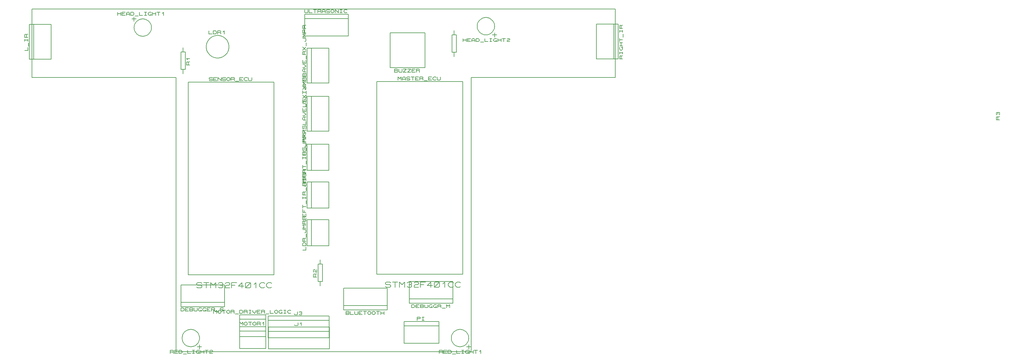
<source format=gbr>
G04 PROTEUS GERBER X2 FILE*
%TF.GenerationSoftware,Labcenter,Proteus,8.11-SP0-Build30052*%
%TF.CreationDate,2024-03-04T06:39:40+00:00*%
%TF.FileFunction,Legend,Top*%
%TF.FilePolarity,Positive*%
%TF.Part,Single*%
%TF.SameCoordinates,{347c642e-2b0e-48e9-919d-a538f2e8b90d}*%
%FSLAX45Y45*%
%MOMM*%
G01*
%TA.AperFunction,Material*%
%ADD18C,0.203200*%
%TA.AperFunction,Profile*%
%ADD17C,0.203200*%
%TD.AperFunction*%
D18*
X+9350000Y+1450000D02*
X+11850000Y+1450000D01*
X+11850000Y+7070000D01*
X+9350000Y+7070000D01*
X+9350000Y+1450000D01*
X+9600000Y+1092200D02*
X+9625400Y+1066800D01*
X+9727000Y+1066800D01*
X+9752400Y+1092200D01*
X+9752400Y+1117600D01*
X+9727000Y+1143000D01*
X+9625400Y+1143000D01*
X+9600000Y+1168400D01*
X+9600000Y+1193800D01*
X+9625400Y+1219200D01*
X+9727000Y+1219200D01*
X+9752400Y+1193800D01*
X+9803200Y+1219200D02*
X+9955600Y+1219200D01*
X+9879400Y+1219200D02*
X+9879400Y+1066800D01*
X+10006400Y+1066800D02*
X+10006400Y+1219200D01*
X+10082600Y+1143000D01*
X+10158800Y+1219200D01*
X+10158800Y+1066800D01*
X+10235000Y+1193800D02*
X+10260400Y+1219200D01*
X+10336600Y+1219200D01*
X+10362000Y+1193800D01*
X+10362000Y+1168400D01*
X+10336600Y+1143000D01*
X+10362000Y+1117600D01*
X+10362000Y+1092200D01*
X+10336600Y+1066800D01*
X+10260400Y+1066800D01*
X+10235000Y+1092200D01*
X+10285800Y+1143000D02*
X+10336600Y+1143000D01*
X+10438200Y+1193800D02*
X+10463600Y+1219200D01*
X+10539800Y+1219200D01*
X+10565200Y+1193800D01*
X+10565200Y+1168400D01*
X+10539800Y+1143000D01*
X+10463600Y+1143000D01*
X+10438200Y+1117600D01*
X+10438200Y+1066800D01*
X+10565200Y+1066800D01*
X+10616000Y+1066800D02*
X+10616000Y+1219200D01*
X+10768400Y+1219200D01*
X+10616000Y+1143000D02*
X+10717600Y+1143000D01*
X+10971600Y+1117600D02*
X+10819200Y+1117600D01*
X+10920800Y+1219200D01*
X+10920800Y+1066800D01*
X+11022400Y+1092200D02*
X+11022400Y+1193800D01*
X+11047800Y+1219200D01*
X+11149400Y+1219200D01*
X+11174800Y+1193800D01*
X+11174800Y+1092200D01*
X+11149400Y+1066800D01*
X+11047800Y+1066800D01*
X+11022400Y+1092200D01*
X+11022400Y+1066800D02*
X+11174800Y+1219200D01*
X+11276400Y+1168400D02*
X+11327200Y+1219200D01*
X+11327200Y+1066800D01*
X+11581200Y+1092200D02*
X+11555800Y+1066800D01*
X+11479600Y+1066800D01*
X+11428800Y+1117600D01*
X+11428800Y+1168400D01*
X+11479600Y+1219200D01*
X+11555800Y+1219200D01*
X+11581200Y+1193800D01*
X+11784400Y+1092200D02*
X+11759000Y+1066800D01*
X+11682800Y+1066800D01*
X+11632000Y+1117600D01*
X+11632000Y+1168400D01*
X+11682800Y+1219200D01*
X+11759000Y+1219200D01*
X+11784400Y+1193800D01*
X+9965000Y+7125880D02*
X+9980875Y+7110640D01*
X+10044375Y+7110640D01*
X+10060250Y+7125880D01*
X+10060250Y+7141120D01*
X+10044375Y+7156360D01*
X+9980875Y+7156360D01*
X+9965000Y+7171600D01*
X+9965000Y+7186840D01*
X+9980875Y+7202080D01*
X+10044375Y+7202080D01*
X+10060250Y+7186840D01*
X+10187250Y+7110640D02*
X+10092000Y+7110640D01*
X+10092000Y+7202080D01*
X+10187250Y+7202080D01*
X+10092000Y+7156360D02*
X+10155500Y+7156360D01*
X+10219000Y+7110640D02*
X+10219000Y+7202080D01*
X+10314250Y+7110640D01*
X+10314250Y+7202080D01*
X+10346000Y+7125880D02*
X+10361875Y+7110640D01*
X+10425375Y+7110640D01*
X+10441250Y+7125880D01*
X+10441250Y+7141120D01*
X+10425375Y+7156360D01*
X+10361875Y+7156360D01*
X+10346000Y+7171600D01*
X+10346000Y+7186840D01*
X+10361875Y+7202080D01*
X+10425375Y+7202080D01*
X+10441250Y+7186840D01*
X+10473000Y+7171600D02*
X+10504750Y+7202080D01*
X+10536500Y+7202080D01*
X+10568250Y+7171600D01*
X+10568250Y+7141120D01*
X+10536500Y+7110640D01*
X+10504750Y+7110640D01*
X+10473000Y+7141120D01*
X+10473000Y+7171600D01*
X+10600000Y+7110640D02*
X+10600000Y+7202080D01*
X+10679375Y+7202080D01*
X+10695250Y+7186840D01*
X+10695250Y+7171600D01*
X+10679375Y+7156360D01*
X+10600000Y+7156360D01*
X+10679375Y+7156360D02*
X+10695250Y+7141120D01*
X+10695250Y+7110640D01*
X+10727000Y+7095400D02*
X+10822250Y+7095400D01*
X+10949250Y+7110640D02*
X+10854000Y+7110640D01*
X+10854000Y+7202080D01*
X+10949250Y+7202080D01*
X+10854000Y+7156360D02*
X+10917500Y+7156360D01*
X+11076250Y+7125880D02*
X+11060375Y+7110640D01*
X+11012750Y+7110640D01*
X+10981000Y+7141120D01*
X+10981000Y+7171600D01*
X+11012750Y+7202080D01*
X+11060375Y+7202080D01*
X+11076250Y+7186840D01*
X+11108000Y+7202080D02*
X+11108000Y+7125880D01*
X+11123875Y+7110640D01*
X+11187375Y+7110640D01*
X+11203250Y+7125880D01*
X+11203250Y+7202080D01*
X+14850000Y+1466000D02*
X+17350000Y+1466000D01*
X+17350000Y+7086000D01*
X+14850000Y+7086000D01*
X+14850000Y+1466000D01*
X+15100000Y+1108200D02*
X+15125400Y+1082800D01*
X+15227000Y+1082800D01*
X+15252400Y+1108200D01*
X+15252400Y+1133600D01*
X+15227000Y+1159000D01*
X+15125400Y+1159000D01*
X+15100000Y+1184400D01*
X+15100000Y+1209800D01*
X+15125400Y+1235200D01*
X+15227000Y+1235200D01*
X+15252400Y+1209800D01*
X+15303200Y+1235200D02*
X+15455600Y+1235200D01*
X+15379400Y+1235200D02*
X+15379400Y+1082800D01*
X+15506400Y+1082800D02*
X+15506400Y+1235200D01*
X+15582600Y+1159000D01*
X+15658800Y+1235200D01*
X+15658800Y+1082800D01*
X+15735000Y+1209800D02*
X+15760400Y+1235200D01*
X+15836600Y+1235200D01*
X+15862000Y+1209800D01*
X+15862000Y+1184400D01*
X+15836600Y+1159000D01*
X+15862000Y+1133600D01*
X+15862000Y+1108200D01*
X+15836600Y+1082800D01*
X+15760400Y+1082800D01*
X+15735000Y+1108200D01*
X+15785800Y+1159000D02*
X+15836600Y+1159000D01*
X+15938200Y+1209800D02*
X+15963600Y+1235200D01*
X+16039800Y+1235200D01*
X+16065200Y+1209800D01*
X+16065200Y+1184400D01*
X+16039800Y+1159000D01*
X+15963600Y+1159000D01*
X+15938200Y+1133600D01*
X+15938200Y+1082800D01*
X+16065200Y+1082800D01*
X+16116000Y+1082800D02*
X+16116000Y+1235200D01*
X+16268400Y+1235200D01*
X+16116000Y+1159000D02*
X+16217600Y+1159000D01*
X+16471600Y+1133600D02*
X+16319200Y+1133600D01*
X+16420800Y+1235200D01*
X+16420800Y+1082800D01*
X+16522400Y+1108200D02*
X+16522400Y+1209800D01*
X+16547800Y+1235200D01*
X+16649400Y+1235200D01*
X+16674800Y+1209800D01*
X+16674800Y+1108200D01*
X+16649400Y+1082800D01*
X+16547800Y+1082800D01*
X+16522400Y+1108200D01*
X+16522400Y+1082800D02*
X+16674800Y+1235200D01*
X+16776400Y+1184400D02*
X+16827200Y+1235200D01*
X+16827200Y+1082800D01*
X+17081200Y+1108200D02*
X+17055800Y+1082800D01*
X+16979600Y+1082800D01*
X+16928800Y+1133600D01*
X+16928800Y+1184400D01*
X+16979600Y+1235200D01*
X+17055800Y+1235200D01*
X+17081200Y+1209800D01*
X+17284400Y+1108200D02*
X+17259000Y+1082800D01*
X+17182800Y+1082800D01*
X+17132000Y+1133600D01*
X+17132000Y+1184400D01*
X+17182800Y+1235200D01*
X+17259000Y+1235200D01*
X+17284400Y+1209800D01*
X+15465000Y+7126640D02*
X+15465000Y+7218080D01*
X+15512625Y+7172360D01*
X+15560250Y+7218080D01*
X+15560250Y+7126640D01*
X+15592000Y+7126640D02*
X+15592000Y+7187600D01*
X+15623750Y+7218080D01*
X+15655500Y+7218080D01*
X+15687250Y+7187600D01*
X+15687250Y+7126640D01*
X+15592000Y+7157120D02*
X+15687250Y+7157120D01*
X+15719000Y+7141880D02*
X+15734875Y+7126640D01*
X+15798375Y+7126640D01*
X+15814250Y+7141880D01*
X+15814250Y+7157120D01*
X+15798375Y+7172360D01*
X+15734875Y+7172360D01*
X+15719000Y+7187600D01*
X+15719000Y+7202840D01*
X+15734875Y+7218080D01*
X+15798375Y+7218080D01*
X+15814250Y+7202840D01*
X+15846000Y+7218080D02*
X+15941250Y+7218080D01*
X+15893625Y+7218080D02*
X+15893625Y+7126640D01*
X+16068250Y+7126640D02*
X+15973000Y+7126640D01*
X+15973000Y+7218080D01*
X+16068250Y+7218080D01*
X+15973000Y+7172360D02*
X+16036500Y+7172360D01*
X+16100000Y+7126640D02*
X+16100000Y+7218080D01*
X+16179375Y+7218080D01*
X+16195250Y+7202840D01*
X+16195250Y+7187600D01*
X+16179375Y+7172360D01*
X+16100000Y+7172360D01*
X+16179375Y+7172360D02*
X+16195250Y+7157120D01*
X+16195250Y+7126640D01*
X+16227000Y+7111400D02*
X+16322250Y+7111400D01*
X+16449250Y+7126640D02*
X+16354000Y+7126640D01*
X+16354000Y+7218080D01*
X+16449250Y+7218080D01*
X+16354000Y+7172360D02*
X+16417500Y+7172360D01*
X+16576250Y+7141880D02*
X+16560375Y+7126640D01*
X+16512750Y+7126640D01*
X+16481000Y+7157120D01*
X+16481000Y+7187600D01*
X+16512750Y+7218080D01*
X+16560375Y+7218080D01*
X+16576250Y+7202840D01*
X+16608000Y+7218080D02*
X+16608000Y+7141880D01*
X+16623875Y+7126640D01*
X+16687375Y+7126640D01*
X+16703250Y+7141880D01*
X+16703250Y+7218080D01*
X+12744000Y+8416000D02*
X+14014000Y+8416000D01*
X+14014000Y+9051000D01*
X+12744000Y+9051000D01*
X+12744000Y+8416000D01*
X+12744000Y+8924000D02*
X+14014000Y+8924000D01*
X+12744000Y+9183080D02*
X+12744000Y+9106880D01*
X+12759875Y+9091640D01*
X+12823375Y+9091640D01*
X+12839250Y+9106880D01*
X+12839250Y+9183080D01*
X+12871000Y+9183080D02*
X+12871000Y+9091640D01*
X+12966250Y+9091640D01*
X+12998000Y+9183080D02*
X+13093250Y+9183080D01*
X+13045625Y+9183080D02*
X+13045625Y+9091640D01*
X+13125000Y+9091640D02*
X+13125000Y+9183080D01*
X+13204375Y+9183080D01*
X+13220250Y+9167840D01*
X+13220250Y+9152600D01*
X+13204375Y+9137360D01*
X+13125000Y+9137360D01*
X+13204375Y+9137360D02*
X+13220250Y+9122120D01*
X+13220250Y+9091640D01*
X+13252000Y+9091640D02*
X+13252000Y+9152600D01*
X+13283750Y+9183080D01*
X+13315500Y+9183080D01*
X+13347250Y+9152600D01*
X+13347250Y+9091640D01*
X+13252000Y+9122120D02*
X+13347250Y+9122120D01*
X+13379000Y+9106880D02*
X+13394875Y+9091640D01*
X+13458375Y+9091640D01*
X+13474250Y+9106880D01*
X+13474250Y+9122120D01*
X+13458375Y+9137360D01*
X+13394875Y+9137360D01*
X+13379000Y+9152600D01*
X+13379000Y+9167840D01*
X+13394875Y+9183080D01*
X+13458375Y+9183080D01*
X+13474250Y+9167840D01*
X+13506000Y+9152600D02*
X+13537750Y+9183080D01*
X+13569500Y+9183080D01*
X+13601250Y+9152600D01*
X+13601250Y+9122120D01*
X+13569500Y+9091640D01*
X+13537750Y+9091640D01*
X+13506000Y+9122120D01*
X+13506000Y+9152600D01*
X+13633000Y+9091640D02*
X+13633000Y+9183080D01*
X+13728250Y+9091640D01*
X+13728250Y+9183080D01*
X+13775875Y+9183080D02*
X+13839375Y+9183080D01*
X+13807625Y+9183080D02*
X+13807625Y+9091640D01*
X+13775875Y+9091640D02*
X+13839375Y+9091640D01*
X+13982250Y+9106880D02*
X+13966375Y+9091640D01*
X+13918750Y+9091640D01*
X+13887000Y+9122120D01*
X+13887000Y+9152600D01*
X+13918750Y+9183080D01*
X+13966375Y+9183080D01*
X+13982250Y+9167840D01*
X+4719000Y+7738000D02*
X+5354000Y+7738000D01*
X+5354000Y+8754000D01*
X+4719000Y+8754000D01*
X+4719000Y+7738000D01*
X+4846000Y+7738000D02*
X+4846000Y+8754000D01*
X+4586920Y+7992000D02*
X+4678360Y+7992000D01*
X+4678360Y+8087250D01*
X+4693600Y+8119000D02*
X+4693600Y+8214250D01*
X+4586920Y+8261875D02*
X+4586920Y+8325375D01*
X+4586920Y+8293625D02*
X+4678360Y+8293625D01*
X+4678360Y+8261875D02*
X+4678360Y+8325375D01*
X+4678360Y+8373000D02*
X+4586920Y+8373000D01*
X+4586920Y+8452375D01*
X+4602160Y+8468250D01*
X+4617400Y+8468250D01*
X+4632640Y+8452375D01*
X+4632640Y+8373000D01*
X+4632640Y+8452375D02*
X+4647880Y+8468250D01*
X+4678360Y+8468250D01*
X+21246000Y+7746000D02*
X+21881000Y+7746000D01*
X+21881000Y+8762000D01*
X+21246000Y+8762000D01*
X+21246000Y+7746000D01*
X+21754000Y+8762000D02*
X+21754000Y+7746000D01*
X+22013080Y+7746000D02*
X+21921640Y+7746000D01*
X+21921640Y+7825375D01*
X+21936880Y+7841250D01*
X+21952120Y+7841250D01*
X+21967360Y+7825375D01*
X+21967360Y+7746000D01*
X+21967360Y+7825375D02*
X+21982600Y+7841250D01*
X+22013080Y+7841250D01*
X+21921640Y+7888875D02*
X+21921640Y+7952375D01*
X+21921640Y+7920625D02*
X+22013080Y+7920625D01*
X+22013080Y+7888875D02*
X+22013080Y+7952375D01*
X+21982600Y+8063500D02*
X+21982600Y+8095250D01*
X+22013080Y+8095250D01*
X+22013080Y+8031750D01*
X+21982600Y+8000000D01*
X+21952120Y+8000000D01*
X+21921640Y+8031750D01*
X+21921640Y+8079375D01*
X+21936880Y+8095250D01*
X+22013080Y+8127000D02*
X+21921640Y+8127000D01*
X+21921640Y+8222250D02*
X+22013080Y+8222250D01*
X+21967360Y+8127000D02*
X+21967360Y+8222250D01*
X+21921640Y+8254000D02*
X+21921640Y+8349250D01*
X+21921640Y+8301625D02*
X+22013080Y+8301625D01*
X+22028320Y+8381000D02*
X+22028320Y+8476250D01*
X+21921640Y+8523875D02*
X+21921640Y+8587375D01*
X+21921640Y+8555625D02*
X+22013080Y+8555625D01*
X+22013080Y+8523875D02*
X+22013080Y+8587375D01*
X+22013080Y+8635000D02*
X+21921640Y+8635000D01*
X+21921640Y+8714375D01*
X+21936880Y+8730250D01*
X+21952120Y+8730250D01*
X+21967360Y+8714375D01*
X+21967360Y+8635000D01*
X+21967360Y+8714375D02*
X+21982600Y+8730250D01*
X+22013080Y+8730250D01*
X+8281000Y+8660000D02*
X+8280173Y+8680483D01*
X+8273455Y+8721450D01*
X+8259437Y+8762417D01*
X+8236659Y+8803384D01*
X+8201859Y+8844229D01*
X+8160892Y+8875845D01*
X+8119925Y+8896392D01*
X+8078958Y+8908629D01*
X+8037991Y+8913762D01*
X+8027000Y+8914000D01*
X+7773000Y+8660000D02*
X+7773827Y+8680483D01*
X+7780545Y+8721450D01*
X+7794563Y+8762417D01*
X+7817341Y+8803384D01*
X+7852141Y+8844229D01*
X+7893108Y+8875845D01*
X+7934075Y+8896392D01*
X+7975042Y+8908629D01*
X+8016009Y+8913762D01*
X+8027000Y+8914000D01*
X+7773000Y+8660000D02*
X+7773827Y+8639517D01*
X+7780545Y+8598550D01*
X+7794563Y+8557583D01*
X+7817341Y+8516616D01*
X+7852141Y+8475771D01*
X+7893108Y+8444155D01*
X+7934075Y+8423608D01*
X+7975042Y+8411371D01*
X+8016009Y+8406238D01*
X+8027000Y+8406000D01*
X+8281000Y+8660000D02*
X+8280173Y+8639517D01*
X+8273455Y+8598550D01*
X+8259437Y+8557583D01*
X+8236659Y+8516616D01*
X+8201859Y+8475771D01*
X+8160892Y+8444155D01*
X+8119925Y+8423608D01*
X+8078958Y+8411371D01*
X+8037991Y+8406238D01*
X+8027000Y+8406000D01*
X+7709500Y+8914000D02*
X+7836500Y+8914000D01*
X+7773000Y+8977500D02*
X+7773000Y+8850500D01*
X+7296750Y+9018140D02*
X+7296750Y+9109580D01*
X+7392000Y+9109580D02*
X+7392000Y+9018140D01*
X+7296750Y+9063860D02*
X+7392000Y+9063860D01*
X+7519000Y+9018140D02*
X+7423750Y+9018140D01*
X+7423750Y+9109580D01*
X+7519000Y+9109580D01*
X+7423750Y+9063860D02*
X+7487250Y+9063860D01*
X+7550750Y+9018140D02*
X+7550750Y+9079100D01*
X+7582500Y+9109580D01*
X+7614250Y+9109580D01*
X+7646000Y+9079100D01*
X+7646000Y+9018140D01*
X+7550750Y+9048620D02*
X+7646000Y+9048620D01*
X+7677750Y+9018140D02*
X+7677750Y+9109580D01*
X+7741250Y+9109580D01*
X+7773000Y+9079100D01*
X+7773000Y+9048620D01*
X+7741250Y+9018140D01*
X+7677750Y+9018140D01*
X+7804750Y+9002900D02*
X+7900000Y+9002900D01*
X+7931750Y+9109580D02*
X+7931750Y+9018140D01*
X+8027000Y+9018140D01*
X+8074625Y+9109580D02*
X+8138125Y+9109580D01*
X+8106375Y+9109580D02*
X+8106375Y+9018140D01*
X+8074625Y+9018140D02*
X+8138125Y+9018140D01*
X+8249250Y+9048620D02*
X+8281000Y+9048620D01*
X+8281000Y+9018140D01*
X+8217500Y+9018140D01*
X+8185750Y+9048620D01*
X+8185750Y+9079100D01*
X+8217500Y+9109580D01*
X+8265125Y+9109580D01*
X+8281000Y+9094340D01*
X+8312750Y+9018140D02*
X+8312750Y+9109580D01*
X+8408000Y+9109580D02*
X+8408000Y+9018140D01*
X+8312750Y+9063860D02*
X+8408000Y+9063860D01*
X+8439750Y+9109580D02*
X+8535000Y+9109580D01*
X+8487375Y+9109580D02*
X+8487375Y+9018140D01*
X+8598500Y+9079100D02*
X+8630250Y+9109580D01*
X+8630250Y+9018140D01*
X+18281000Y+8700000D02*
X+18280173Y+8720483D01*
X+18273455Y+8761450D01*
X+18259437Y+8802417D01*
X+18236659Y+8843384D01*
X+18201859Y+8884229D01*
X+18160892Y+8915845D01*
X+18119925Y+8936392D01*
X+18078958Y+8948629D01*
X+18037991Y+8953762D01*
X+18027000Y+8954000D01*
X+17773000Y+8700000D02*
X+17773827Y+8720483D01*
X+17780545Y+8761450D01*
X+17794563Y+8802417D01*
X+17817341Y+8843384D01*
X+17852141Y+8884229D01*
X+17893108Y+8915845D01*
X+17934075Y+8936392D01*
X+17975042Y+8948629D01*
X+18016009Y+8953762D01*
X+18027000Y+8954000D01*
X+17773000Y+8700000D02*
X+17773827Y+8679517D01*
X+17780545Y+8638550D01*
X+17794563Y+8597583D01*
X+17817341Y+8556616D01*
X+17852141Y+8515771D01*
X+17893108Y+8484155D01*
X+17934075Y+8463608D01*
X+17975042Y+8451371D01*
X+18016009Y+8446238D01*
X+18027000Y+8446000D01*
X+18281000Y+8700000D02*
X+18280173Y+8679517D01*
X+18273455Y+8638550D01*
X+18259437Y+8597583D01*
X+18236659Y+8556616D01*
X+18201859Y+8515771D01*
X+18160892Y+8484155D01*
X+18119925Y+8463608D01*
X+18078958Y+8451371D01*
X+18037991Y+8446238D01*
X+18027000Y+8446000D01*
X+18344500Y+8446000D02*
X+18217500Y+8446000D01*
X+18281000Y+8382500D02*
X+18281000Y+8509500D01*
X+17360250Y+8250420D02*
X+17360250Y+8341860D01*
X+17455500Y+8341860D02*
X+17455500Y+8250420D01*
X+17360250Y+8296140D02*
X+17455500Y+8296140D01*
X+17582500Y+8250420D02*
X+17487250Y+8250420D01*
X+17487250Y+8341860D01*
X+17582500Y+8341860D01*
X+17487250Y+8296140D02*
X+17550750Y+8296140D01*
X+17614250Y+8250420D02*
X+17614250Y+8311380D01*
X+17646000Y+8341860D01*
X+17677750Y+8341860D01*
X+17709500Y+8311380D01*
X+17709500Y+8250420D01*
X+17614250Y+8280900D02*
X+17709500Y+8280900D01*
X+17741250Y+8250420D02*
X+17741250Y+8341860D01*
X+17804750Y+8341860D01*
X+17836500Y+8311380D01*
X+17836500Y+8280900D01*
X+17804750Y+8250420D01*
X+17741250Y+8250420D01*
X+17868250Y+8235180D02*
X+17963500Y+8235180D01*
X+17995250Y+8341860D02*
X+17995250Y+8250420D01*
X+18090500Y+8250420D01*
X+18138125Y+8341860D02*
X+18201625Y+8341860D01*
X+18169875Y+8341860D02*
X+18169875Y+8250420D01*
X+18138125Y+8250420D02*
X+18201625Y+8250420D01*
X+18312750Y+8280900D02*
X+18344500Y+8280900D01*
X+18344500Y+8250420D01*
X+18281000Y+8250420D01*
X+18249250Y+8280900D01*
X+18249250Y+8311380D01*
X+18281000Y+8341860D01*
X+18328625Y+8341860D01*
X+18344500Y+8326620D01*
X+18376250Y+8250420D02*
X+18376250Y+8341860D01*
X+18471500Y+8341860D02*
X+18471500Y+8250420D01*
X+18376250Y+8296140D02*
X+18471500Y+8296140D01*
X+18503250Y+8341860D02*
X+18598500Y+8341860D01*
X+18550875Y+8341860D02*
X+18550875Y+8250420D01*
X+18646125Y+8326620D02*
X+18662000Y+8341860D01*
X+18709625Y+8341860D01*
X+18725500Y+8326620D01*
X+18725500Y+8311380D01*
X+18709625Y+8296140D01*
X+18662000Y+8296140D01*
X+18646125Y+8280900D01*
X+18646125Y+8250420D01*
X+18725500Y+8250420D01*
X+17100000Y+7811000D02*
X+17100000Y+7938000D01*
X+17036500Y+7938000D02*
X+17163500Y+7938000D01*
X+17163500Y+8446000D01*
X+17036500Y+8446000D01*
X+17036500Y+7938000D01*
X+17100000Y+8446000D02*
X+17100000Y+8573000D01*
X+32995860Y+5965000D02*
X+32904420Y+5965000D01*
X+32904420Y+6044375D01*
X+32919660Y+6060250D01*
X+32934900Y+6060250D01*
X+32950140Y+6044375D01*
X+32950140Y+5965000D01*
X+32950140Y+6044375D02*
X+32965380Y+6060250D01*
X+32995860Y+6060250D01*
X+32919660Y+6107875D02*
X+32904420Y+6123750D01*
X+32904420Y+6171375D01*
X+32919660Y+6187250D01*
X+32934900Y+6187250D01*
X+32950140Y+6171375D01*
X+32965380Y+6187250D01*
X+32980620Y+6187250D01*
X+32995860Y+6171375D01*
X+32995860Y+6123750D01*
X+32980620Y+6107875D01*
X+32950140Y+6139625D02*
X+32950140Y+6171375D01*
X+16254000Y+7492000D02*
X+16254000Y+8508000D01*
X+15238000Y+7492000D02*
X+15238000Y+8508000D01*
X+16254000Y+8508000D02*
X+15238000Y+8508000D01*
X+16254000Y+7492000D02*
X+15238000Y+7492000D01*
X+15365000Y+7359920D02*
X+15365000Y+7451360D01*
X+15444375Y+7451360D01*
X+15460250Y+7436120D01*
X+15460250Y+7420880D01*
X+15444375Y+7405640D01*
X+15460250Y+7390400D01*
X+15460250Y+7375160D01*
X+15444375Y+7359920D01*
X+15365000Y+7359920D01*
X+15365000Y+7405640D02*
X+15444375Y+7405640D01*
X+15492000Y+7451360D02*
X+15492000Y+7375160D01*
X+15507875Y+7359920D01*
X+15571375Y+7359920D01*
X+15587250Y+7375160D01*
X+15587250Y+7451360D01*
X+15619000Y+7451360D02*
X+15714250Y+7451360D01*
X+15619000Y+7359920D01*
X+15714250Y+7359920D01*
X+15746000Y+7451360D02*
X+15841250Y+7451360D01*
X+15746000Y+7359920D01*
X+15841250Y+7359920D01*
X+15968250Y+7359920D02*
X+15873000Y+7359920D01*
X+15873000Y+7451360D01*
X+15968250Y+7451360D01*
X+15873000Y+7405640D02*
X+15936500Y+7405640D01*
X+16000000Y+7359920D02*
X+16000000Y+7451360D01*
X+16079375Y+7451360D01*
X+16095250Y+7436120D01*
X+16095250Y+7420880D01*
X+16079375Y+7405640D01*
X+16000000Y+7405640D01*
X+16079375Y+7405640D02*
X+16095250Y+7390400D01*
X+16095250Y+7359920D01*
X+17527000Y-400000D02*
X+17526173Y-379517D01*
X+17519455Y-338550D01*
X+17505437Y-297583D01*
X+17482659Y-256616D01*
X+17447859Y-215771D01*
X+17406892Y-184155D01*
X+17365925Y-163608D01*
X+17324958Y-151371D01*
X+17283991Y-146238D01*
X+17273000Y-146000D01*
X+17019000Y-400000D02*
X+17019827Y-379517D01*
X+17026545Y-338550D01*
X+17040563Y-297583D01*
X+17063341Y-256616D01*
X+17098141Y-215771D01*
X+17139108Y-184155D01*
X+17180075Y-163608D01*
X+17221042Y-151371D01*
X+17262009Y-146238D01*
X+17273000Y-146000D01*
X+17019000Y-400000D02*
X+17019827Y-420483D01*
X+17026545Y-461450D01*
X+17040563Y-502417D01*
X+17063341Y-543384D01*
X+17098141Y-584229D01*
X+17139108Y-615845D01*
X+17180075Y-636392D01*
X+17221042Y-648629D01*
X+17262009Y-653762D01*
X+17273000Y-654000D01*
X+17527000Y-400000D02*
X+17526173Y-420483D01*
X+17519455Y-461450D01*
X+17505437Y-502417D01*
X+17482659Y-543384D01*
X+17447859Y-584229D01*
X+17406892Y-615845D01*
X+17365925Y-636392D01*
X+17324958Y-648629D01*
X+17283991Y-653762D01*
X+17273000Y-654000D01*
X+17590500Y-654000D02*
X+17463500Y-654000D01*
X+17527000Y-717500D02*
X+17527000Y-590500D01*
X+16669750Y-849580D02*
X+16669750Y-758140D01*
X+16749125Y-758140D01*
X+16765000Y-773380D01*
X+16765000Y-788620D01*
X+16749125Y-803860D01*
X+16669750Y-803860D01*
X+16749125Y-803860D02*
X+16765000Y-819100D01*
X+16765000Y-849580D01*
X+16892000Y-849580D02*
X+16796750Y-849580D01*
X+16796750Y-758140D01*
X+16892000Y-758140D01*
X+16796750Y-803860D02*
X+16860250Y-803860D01*
X+16923750Y-849580D02*
X+16923750Y-758140D01*
X+16987250Y-758140D01*
X+17019000Y-788620D01*
X+17019000Y-819100D01*
X+16987250Y-849580D01*
X+16923750Y-849580D01*
X+17050750Y-864820D02*
X+17146000Y-864820D01*
X+17177750Y-758140D02*
X+17177750Y-849580D01*
X+17273000Y-849580D01*
X+17320625Y-758140D02*
X+17384125Y-758140D01*
X+17352375Y-758140D02*
X+17352375Y-849580D01*
X+17320625Y-849580D02*
X+17384125Y-849580D01*
X+17495250Y-819100D02*
X+17527000Y-819100D01*
X+17527000Y-849580D01*
X+17463500Y-849580D01*
X+17431750Y-819100D01*
X+17431750Y-788620D01*
X+17463500Y-758140D01*
X+17511125Y-758140D01*
X+17527000Y-773380D01*
X+17558750Y-849580D02*
X+17558750Y-758140D01*
X+17654000Y-758140D02*
X+17654000Y-849580D01*
X+17558750Y-803860D02*
X+17654000Y-803860D01*
X+17685750Y-758140D02*
X+17781000Y-758140D01*
X+17733375Y-758140D02*
X+17733375Y-849580D01*
X+17844500Y-788620D02*
X+17876250Y-758140D01*
X+17876250Y-849580D01*
X+9681000Y-400000D02*
X+9680173Y-379517D01*
X+9673455Y-338550D01*
X+9659437Y-297583D01*
X+9636659Y-256616D01*
X+9601859Y-215771D01*
X+9560892Y-184155D01*
X+9519925Y-163608D01*
X+9478958Y-151371D01*
X+9437991Y-146238D01*
X+9427000Y-146000D01*
X+9173000Y-400000D02*
X+9173827Y-379517D01*
X+9180545Y-338550D01*
X+9194563Y-297583D01*
X+9217341Y-256616D01*
X+9252141Y-215771D01*
X+9293108Y-184155D01*
X+9334075Y-163608D01*
X+9375042Y-151371D01*
X+9416009Y-146238D01*
X+9427000Y-146000D01*
X+9173000Y-400000D02*
X+9173827Y-420483D01*
X+9180545Y-461450D01*
X+9194563Y-502417D01*
X+9217341Y-543384D01*
X+9252141Y-584229D01*
X+9293108Y-615845D01*
X+9334075Y-636392D01*
X+9375042Y-648629D01*
X+9416009Y-653762D01*
X+9427000Y-654000D01*
X+9681000Y-400000D02*
X+9680173Y-420483D01*
X+9673455Y-461450D01*
X+9659437Y-502417D01*
X+9636659Y-543384D01*
X+9601859Y-584229D01*
X+9560892Y-615845D01*
X+9519925Y-636392D01*
X+9478958Y-648629D01*
X+9437991Y-653762D01*
X+9427000Y-654000D01*
X+9744500Y-654000D02*
X+9617500Y-654000D01*
X+9681000Y-717500D02*
X+9681000Y-590500D01*
X+8823750Y-849580D02*
X+8823750Y-758140D01*
X+8903125Y-758140D01*
X+8919000Y-773380D01*
X+8919000Y-788620D01*
X+8903125Y-803860D01*
X+8823750Y-803860D01*
X+8903125Y-803860D02*
X+8919000Y-819100D01*
X+8919000Y-849580D01*
X+9046000Y-849580D02*
X+8950750Y-849580D01*
X+8950750Y-758140D01*
X+9046000Y-758140D01*
X+8950750Y-803860D02*
X+9014250Y-803860D01*
X+9077750Y-849580D02*
X+9077750Y-758140D01*
X+9141250Y-758140D01*
X+9173000Y-788620D01*
X+9173000Y-819100D01*
X+9141250Y-849580D01*
X+9077750Y-849580D01*
X+9204750Y-864820D02*
X+9300000Y-864820D01*
X+9331750Y-758140D02*
X+9331750Y-849580D01*
X+9427000Y-849580D01*
X+9474625Y-758140D02*
X+9538125Y-758140D01*
X+9506375Y-758140D02*
X+9506375Y-849580D01*
X+9474625Y-849580D02*
X+9538125Y-849580D01*
X+9649250Y-819100D02*
X+9681000Y-819100D01*
X+9681000Y-849580D01*
X+9617500Y-849580D01*
X+9585750Y-819100D01*
X+9585750Y-788620D01*
X+9617500Y-758140D01*
X+9665125Y-758140D01*
X+9681000Y-773380D01*
X+9712750Y-849580D02*
X+9712750Y-758140D01*
X+9808000Y-758140D02*
X+9808000Y-849580D01*
X+9712750Y-803860D02*
X+9808000Y-803860D01*
X+9839750Y-758140D02*
X+9935000Y-758140D01*
X+9887375Y-758140D02*
X+9887375Y-849580D01*
X+9982625Y-773380D02*
X+9998500Y-758140D01*
X+10046125Y-758140D01*
X+10062000Y-773380D01*
X+10062000Y-788620D01*
X+10046125Y-803860D01*
X+9998500Y-803860D01*
X+9982625Y-819100D01*
X+9982625Y-849580D01*
X+10062000Y-849580D01*
X+13200000Y+1127000D02*
X+13200000Y+1254000D01*
X+13136500Y+1254000D02*
X+13263500Y+1254000D01*
X+13263500Y+1762000D01*
X+13136500Y+1762000D01*
X+13136500Y+1254000D01*
X+13200000Y+1762000D02*
X+13200000Y+1889000D01*
X+13095860Y+1381000D02*
X+13004420Y+1381000D01*
X+13004420Y+1460375D01*
X+13019660Y+1476250D01*
X+13034900Y+1476250D01*
X+13050140Y+1460375D01*
X+13050140Y+1381000D01*
X+13050140Y+1460375D02*
X+13065380Y+1476250D01*
X+13095860Y+1476250D01*
X+13019660Y+1523875D02*
X+13004420Y+1539750D01*
X+13004420Y+1587375D01*
X+13019660Y+1603250D01*
X+13034900Y+1603250D01*
X+13050140Y+1587375D01*
X+13050140Y+1539750D01*
X+13065380Y+1523875D01*
X+13095860Y+1523875D01*
X+13095860Y+1603250D01*
X+9138000Y+519000D02*
X+10408000Y+519000D01*
X+10408000Y+1154000D01*
X+9138000Y+1154000D01*
X+9138000Y+519000D01*
X+10408000Y+646000D02*
X+9138000Y+646000D01*
X+9138000Y+386920D02*
X+9138000Y+478360D01*
X+9201500Y+478360D01*
X+9233250Y+447880D01*
X+9233250Y+417400D01*
X+9201500Y+386920D01*
X+9138000Y+386920D01*
X+9360250Y+386920D02*
X+9265000Y+386920D01*
X+9265000Y+478360D01*
X+9360250Y+478360D01*
X+9265000Y+432640D02*
X+9328500Y+432640D01*
X+9392000Y+386920D02*
X+9392000Y+478360D01*
X+9471375Y+478360D01*
X+9487250Y+463120D01*
X+9487250Y+447880D01*
X+9471375Y+432640D01*
X+9487250Y+417400D01*
X+9487250Y+402160D01*
X+9471375Y+386920D01*
X+9392000Y+386920D01*
X+9392000Y+432640D02*
X+9471375Y+432640D01*
X+9519000Y+478360D02*
X+9519000Y+402160D01*
X+9534875Y+386920D01*
X+9598375Y+386920D01*
X+9614250Y+402160D01*
X+9614250Y+478360D01*
X+9709500Y+417400D02*
X+9741250Y+417400D01*
X+9741250Y+386920D01*
X+9677750Y+386920D01*
X+9646000Y+417400D01*
X+9646000Y+447880D01*
X+9677750Y+478360D01*
X+9725375Y+478360D01*
X+9741250Y+463120D01*
X+9836500Y+417400D02*
X+9868250Y+417400D01*
X+9868250Y+386920D01*
X+9804750Y+386920D01*
X+9773000Y+417400D01*
X+9773000Y+447880D01*
X+9804750Y+478360D01*
X+9852375Y+478360D01*
X+9868250Y+463120D01*
X+9995250Y+386920D02*
X+9900000Y+386920D01*
X+9900000Y+478360D01*
X+9995250Y+478360D01*
X+9900000Y+432640D02*
X+9963500Y+432640D01*
X+10027000Y+386920D02*
X+10027000Y+478360D01*
X+10106375Y+478360D01*
X+10122250Y+463120D01*
X+10122250Y+447880D01*
X+10106375Y+432640D01*
X+10027000Y+432640D01*
X+10106375Y+432640D02*
X+10122250Y+417400D01*
X+10122250Y+386920D01*
X+10154000Y+371680D02*
X+10249250Y+371680D01*
X+10281000Y+402160D02*
X+10296875Y+386920D01*
X+10360375Y+386920D01*
X+10376250Y+402160D01*
X+10376250Y+417400D01*
X+10360375Y+432640D01*
X+10296875Y+432640D01*
X+10281000Y+447880D01*
X+10281000Y+463120D01*
X+10296875Y+478360D01*
X+10360375Y+478360D01*
X+10376250Y+463120D01*
X+15798000Y+619000D02*
X+17068000Y+619000D01*
X+17068000Y+1254000D01*
X+15798000Y+1254000D01*
X+15798000Y+619000D01*
X+17068000Y+746000D02*
X+15798000Y+746000D01*
X+15861500Y+486920D02*
X+15861500Y+578360D01*
X+15925000Y+578360D01*
X+15956750Y+547880D01*
X+15956750Y+517400D01*
X+15925000Y+486920D01*
X+15861500Y+486920D01*
X+16083750Y+486920D02*
X+15988500Y+486920D01*
X+15988500Y+578360D01*
X+16083750Y+578360D01*
X+15988500Y+532640D02*
X+16052000Y+532640D01*
X+16115500Y+486920D02*
X+16115500Y+578360D01*
X+16194875Y+578360D01*
X+16210750Y+563120D01*
X+16210750Y+547880D01*
X+16194875Y+532640D01*
X+16210750Y+517400D01*
X+16210750Y+502160D01*
X+16194875Y+486920D01*
X+16115500Y+486920D01*
X+16115500Y+532640D02*
X+16194875Y+532640D01*
X+16242500Y+578360D02*
X+16242500Y+502160D01*
X+16258375Y+486920D01*
X+16321875Y+486920D01*
X+16337750Y+502160D01*
X+16337750Y+578360D01*
X+16433000Y+517400D02*
X+16464750Y+517400D01*
X+16464750Y+486920D01*
X+16401250Y+486920D01*
X+16369500Y+517400D01*
X+16369500Y+547880D01*
X+16401250Y+578360D01*
X+16448875Y+578360D01*
X+16464750Y+563120D01*
X+16560000Y+517400D02*
X+16591750Y+517400D01*
X+16591750Y+486920D01*
X+16528250Y+486920D01*
X+16496500Y+517400D01*
X+16496500Y+547880D01*
X+16528250Y+578360D01*
X+16575875Y+578360D01*
X+16591750Y+563120D01*
X+16623500Y+486920D02*
X+16623500Y+578360D01*
X+16702875Y+578360D01*
X+16718750Y+563120D01*
X+16718750Y+547880D01*
X+16702875Y+532640D01*
X+16623500Y+532640D01*
X+16702875Y+532640D02*
X+16718750Y+517400D01*
X+16718750Y+486920D01*
X+16750500Y+471680D02*
X+16845750Y+471680D01*
X+16877500Y+486920D02*
X+16877500Y+578360D01*
X+16925125Y+532640D01*
X+16972750Y+578360D01*
X+16972750Y+486920D01*
X+11682000Y-394000D02*
X+13460000Y-394000D01*
X+13460000Y+241000D01*
X+11682000Y+241000D01*
X+11682000Y-394000D01*
X+11682000Y+114000D02*
X+13460000Y+114000D01*
X+12444000Y+312120D02*
X+12444000Y+296880D01*
X+12459875Y+281640D01*
X+12523375Y+281640D01*
X+12539250Y+296880D01*
X+12539250Y+373080D01*
X+12586875Y+357840D02*
X+12602750Y+373080D01*
X+12650375Y+373080D01*
X+12666250Y+357840D01*
X+12666250Y+342600D01*
X+12650375Y+327360D01*
X+12666250Y+312120D01*
X+12666250Y+296880D01*
X+12650375Y+281640D01*
X+12602750Y+281640D01*
X+12586875Y+296880D01*
X+12618625Y+327360D02*
X+12650375Y+327360D01*
X+10541366Y+8100000D02*
X+10540306Y+8126500D01*
X+10531703Y+8179502D01*
X+10513766Y+8232504D01*
X+10484677Y+8285506D01*
X+10440321Y+8338446D01*
X+10387319Y+8380206D01*
X+10334317Y+8407499D01*
X+10281315Y+8424003D01*
X+10228313Y+8431332D01*
X+10209500Y+8431866D01*
X+9877634Y+8100000D02*
X+9878694Y+8126500D01*
X+9887297Y+8179502D01*
X+9905234Y+8232504D01*
X+9934323Y+8285506D01*
X+9978679Y+8338446D01*
X+10031681Y+8380206D01*
X+10084683Y+8407499D01*
X+10137685Y+8424003D01*
X+10190687Y+8431332D01*
X+10209500Y+8431866D01*
X+9877634Y+8100000D02*
X+9878694Y+8073500D01*
X+9887297Y+8020498D01*
X+9905234Y+7967496D01*
X+9934323Y+7914494D01*
X+9978679Y+7861554D01*
X+10031681Y+7819794D01*
X+10084683Y+7792501D01*
X+10137685Y+7775997D01*
X+10190687Y+7768668D01*
X+10209500Y+7768134D01*
X+10541366Y+8100000D02*
X+10540306Y+8073500D01*
X+10531703Y+8020498D01*
X+10513766Y+7967496D01*
X+10484677Y+7914494D01*
X+10440321Y+7861554D01*
X+10387319Y+7819794D01*
X+10334317Y+7792501D01*
X+10281315Y+7775997D01*
X+10228313Y+7768668D01*
X+10209500Y+7768134D01*
X+9955500Y+8563946D02*
X+9955500Y+8472506D01*
X+10050750Y+8472506D01*
X+10082500Y+8472506D02*
X+10082500Y+8563946D01*
X+10146000Y+8563946D01*
X+10177750Y+8533466D01*
X+10177750Y+8502986D01*
X+10146000Y+8472506D01*
X+10082500Y+8472506D01*
X+10209500Y+8472506D02*
X+10209500Y+8563946D01*
X+10288875Y+8563946D01*
X+10304750Y+8548706D01*
X+10304750Y+8533466D01*
X+10288875Y+8518226D01*
X+10209500Y+8518226D01*
X+10288875Y+8518226D02*
X+10304750Y+8502986D01*
X+10304750Y+8472506D01*
X+10368250Y+8533466D02*
X+10400000Y+8563946D01*
X+10400000Y+8472506D01*
X+10852000Y-354000D02*
X+11614000Y-354000D01*
X+11614000Y+281000D01*
X+10852000Y+281000D01*
X+10852000Y-354000D01*
X+10852000Y+154000D02*
X+11614000Y+154000D01*
X+10090000Y+321640D02*
X+10090000Y+413080D01*
X+10137625Y+367360D01*
X+10185250Y+413080D01*
X+10185250Y+321640D01*
X+10217000Y+382600D02*
X+10248750Y+413080D01*
X+10280500Y+413080D01*
X+10312250Y+382600D01*
X+10312250Y+352120D01*
X+10280500Y+321640D01*
X+10248750Y+321640D01*
X+10217000Y+352120D01*
X+10217000Y+382600D01*
X+10344000Y+413080D02*
X+10439250Y+413080D01*
X+10391625Y+413080D02*
X+10391625Y+321640D01*
X+10471000Y+382600D02*
X+10502750Y+413080D01*
X+10534500Y+413080D01*
X+10566250Y+382600D01*
X+10566250Y+352120D01*
X+10534500Y+321640D01*
X+10502750Y+321640D01*
X+10471000Y+352120D01*
X+10471000Y+382600D01*
X+10598000Y+321640D02*
X+10598000Y+413080D01*
X+10677375Y+413080D01*
X+10693250Y+397840D01*
X+10693250Y+382600D01*
X+10677375Y+367360D01*
X+10598000Y+367360D01*
X+10677375Y+367360D02*
X+10693250Y+352120D01*
X+10693250Y+321640D01*
X+10725000Y+306400D02*
X+10820250Y+306400D01*
X+10852000Y+321640D02*
X+10852000Y+413080D01*
X+10915500Y+413080D01*
X+10947250Y+382600D01*
X+10947250Y+352120D01*
X+10915500Y+321640D01*
X+10852000Y+321640D01*
X+10979000Y+321640D02*
X+10979000Y+413080D01*
X+11058375Y+413080D01*
X+11074250Y+397840D01*
X+11074250Y+382600D01*
X+11058375Y+367360D01*
X+10979000Y+367360D01*
X+11058375Y+367360D02*
X+11074250Y+352120D01*
X+11074250Y+321640D01*
X+11121875Y+413080D02*
X+11185375Y+413080D01*
X+11153625Y+413080D02*
X+11153625Y+321640D01*
X+11121875Y+321640D02*
X+11185375Y+321640D01*
X+11233000Y+413080D02*
X+11233000Y+367360D01*
X+11280625Y+321640D01*
X+11328250Y+367360D01*
X+11328250Y+413080D01*
X+11455250Y+321640D02*
X+11360000Y+321640D01*
X+11360000Y+413080D01*
X+11455250Y+413080D01*
X+11360000Y+367360D02*
X+11423500Y+367360D01*
X+11487000Y+321640D02*
X+11487000Y+413080D01*
X+11566375Y+413080D01*
X+11582250Y+397840D01*
X+11582250Y+382600D01*
X+11566375Y+367360D01*
X+11487000Y+367360D01*
X+11566375Y+367360D02*
X+11582250Y+352120D01*
X+11582250Y+321640D01*
X+11614000Y+306400D02*
X+11709250Y+306400D01*
X+11741000Y+413080D02*
X+11741000Y+321640D01*
X+11836250Y+321640D01*
X+11868000Y+382600D02*
X+11899750Y+413080D01*
X+11931500Y+413080D01*
X+11963250Y+382600D01*
X+11963250Y+352120D01*
X+11931500Y+321640D01*
X+11899750Y+321640D01*
X+11868000Y+352120D01*
X+11868000Y+382600D01*
X+12058500Y+352120D02*
X+12090250Y+352120D01*
X+12090250Y+321640D01*
X+12026750Y+321640D01*
X+11995000Y+352120D01*
X+11995000Y+382600D01*
X+12026750Y+413080D01*
X+12074375Y+413080D01*
X+12090250Y+397840D01*
X+12137875Y+413080D02*
X+12201375Y+413080D01*
X+12169625Y+413080D02*
X+12169625Y+321640D01*
X+12137875Y+321640D02*
X+12201375Y+321640D01*
X+12344250Y+336880D02*
X+12328375Y+321640D01*
X+12280750Y+321640D01*
X+12249000Y+352120D01*
X+12249000Y+382600D01*
X+12280750Y+413080D01*
X+12328375Y+413080D01*
X+12344250Y+397840D01*
X+9200000Y+8073000D02*
X+9200000Y+7946000D01*
X+9136500Y+7438000D02*
X+9263500Y+7438000D01*
X+9263500Y+7946000D01*
X+9136500Y+7946000D01*
X+9136500Y+7438000D01*
X+9200000Y+7438000D02*
X+9200000Y+7311000D01*
X+9395580Y+7565000D02*
X+9304140Y+7565000D01*
X+9304140Y+7644375D01*
X+9319380Y+7660250D01*
X+9334620Y+7660250D01*
X+9349860Y+7644375D01*
X+9349860Y+7565000D01*
X+9349860Y+7644375D02*
X+9365100Y+7660250D01*
X+9395580Y+7660250D01*
X+9334620Y+7723750D02*
X+9304140Y+7755500D01*
X+9395580Y+7755500D01*
X+12819000Y+2292000D02*
X+13454000Y+2292000D01*
X+13454000Y+3054000D01*
X+12819000Y+3054000D01*
X+12819000Y+2292000D01*
X+12946000Y+2292000D02*
X+12946000Y+3054000D01*
X+12686920Y+2165000D02*
X+12778360Y+2165000D01*
X+12778360Y+2260250D01*
X+12778360Y+2292000D02*
X+12686920Y+2292000D01*
X+12686920Y+2355500D01*
X+12717400Y+2387250D01*
X+12747880Y+2387250D01*
X+12778360Y+2355500D01*
X+12778360Y+2292000D01*
X+12778360Y+2419000D02*
X+12686920Y+2419000D01*
X+12686920Y+2498375D01*
X+12702160Y+2514250D01*
X+12717400Y+2514250D01*
X+12732640Y+2498375D01*
X+12732640Y+2419000D01*
X+12732640Y+2498375D02*
X+12747880Y+2514250D01*
X+12778360Y+2514250D01*
X+12793600Y+2546000D02*
X+12793600Y+2641250D01*
X+12747880Y+2673000D02*
X+12763120Y+2673000D01*
X+12778360Y+2688875D01*
X+12778360Y+2752375D01*
X+12763120Y+2768250D01*
X+12686920Y+2768250D01*
X+12778360Y+2800000D02*
X+12686920Y+2800000D01*
X+12732640Y+2847625D01*
X+12686920Y+2895250D01*
X+12778360Y+2895250D01*
X+12778360Y+2927000D02*
X+12686920Y+2927000D01*
X+12686920Y+3006375D01*
X+12702160Y+3022250D01*
X+12717400Y+3022250D01*
X+12732640Y+3006375D01*
X+12732640Y+2927000D01*
X+12778360Y+3054000D02*
X+12686920Y+3054000D01*
X+12686920Y+3133375D01*
X+12702160Y+3149250D01*
X+12717400Y+3149250D01*
X+12732640Y+3133375D01*
X+12732640Y+3054000D01*
X+12732640Y+3133375D02*
X+12747880Y+3149250D01*
X+12778360Y+3149250D01*
X+12819000Y+3392000D02*
X+13454000Y+3392000D01*
X+13454000Y+4154000D01*
X+12819000Y+4154000D01*
X+12819000Y+3392000D01*
X+12946000Y+3392000D02*
X+12946000Y+4154000D01*
X+12686920Y+3011000D02*
X+12778360Y+3011000D01*
X+12778360Y+3106250D01*
X+12778360Y+3233250D02*
X+12778360Y+3138000D01*
X+12686920Y+3138000D01*
X+12686920Y+3233250D01*
X+12732640Y+3138000D02*
X+12732640Y+3201500D01*
X+12778360Y+3265000D02*
X+12686920Y+3265000D01*
X+12686920Y+3360250D01*
X+12732640Y+3265000D02*
X+12732640Y+3328500D01*
X+12686920Y+3392000D02*
X+12686920Y+3487250D01*
X+12686920Y+3439625D02*
X+12778360Y+3439625D01*
X+12793600Y+3519000D02*
X+12793600Y+3614250D01*
X+12686920Y+3661875D02*
X+12686920Y+3725375D01*
X+12686920Y+3693625D02*
X+12778360Y+3693625D01*
X+12778360Y+3661875D02*
X+12778360Y+3725375D01*
X+12778360Y+3773000D02*
X+12686920Y+3773000D01*
X+12686920Y+3852375D01*
X+12702160Y+3868250D01*
X+12717400Y+3868250D01*
X+12732640Y+3852375D01*
X+12732640Y+3773000D01*
X+12732640Y+3852375D02*
X+12747880Y+3868250D01*
X+12778360Y+3868250D01*
X+12793600Y+3900000D02*
X+12793600Y+3995250D01*
X+12747880Y+4027000D02*
X+12763120Y+4027000D01*
X+12778360Y+4042875D01*
X+12778360Y+4106375D01*
X+12763120Y+4122250D01*
X+12686920Y+4122250D01*
X+12778360Y+4154000D02*
X+12686920Y+4154000D01*
X+12732640Y+4201625D01*
X+12686920Y+4249250D01*
X+12778360Y+4249250D01*
X+12778360Y+4281000D02*
X+12686920Y+4281000D01*
X+12686920Y+4360375D01*
X+12702160Y+4376250D01*
X+12717400Y+4376250D01*
X+12732640Y+4360375D01*
X+12732640Y+4281000D01*
X+12778360Y+4408000D02*
X+12686920Y+4408000D01*
X+12686920Y+4487375D01*
X+12702160Y+4503250D01*
X+12717400Y+4503250D01*
X+12732640Y+4487375D01*
X+12732640Y+4408000D01*
X+12732640Y+4487375D02*
X+12747880Y+4503250D01*
X+12778360Y+4503250D01*
X+12819000Y+4492000D02*
X+13454000Y+4492000D01*
X+13454000Y+5254000D01*
X+12819000Y+5254000D01*
X+12819000Y+4492000D01*
X+12946000Y+4492000D02*
X+12946000Y+5254000D01*
X+12778360Y+4047500D02*
X+12686920Y+4047500D01*
X+12686920Y+4126875D01*
X+12702160Y+4142750D01*
X+12717400Y+4142750D01*
X+12732640Y+4126875D01*
X+12732640Y+4047500D01*
X+12732640Y+4126875D02*
X+12747880Y+4142750D01*
X+12778360Y+4142750D01*
X+12686920Y+4190375D02*
X+12686920Y+4253875D01*
X+12686920Y+4222125D02*
X+12778360Y+4222125D01*
X+12778360Y+4190375D02*
X+12778360Y+4253875D01*
X+12747880Y+4365000D02*
X+12747880Y+4396750D01*
X+12778360Y+4396750D01*
X+12778360Y+4333250D01*
X+12747880Y+4301500D01*
X+12717400Y+4301500D01*
X+12686920Y+4333250D01*
X+12686920Y+4380875D01*
X+12702160Y+4396750D01*
X+12778360Y+4428500D02*
X+12686920Y+4428500D01*
X+12686920Y+4523750D02*
X+12778360Y+4523750D01*
X+12732640Y+4428500D02*
X+12732640Y+4523750D01*
X+12686920Y+4555500D02*
X+12686920Y+4650750D01*
X+12686920Y+4603125D02*
X+12778360Y+4603125D01*
X+12793600Y+4682500D02*
X+12793600Y+4777750D01*
X+12686920Y+4825375D02*
X+12686920Y+4888875D01*
X+12686920Y+4857125D02*
X+12778360Y+4857125D01*
X+12778360Y+4825375D02*
X+12778360Y+4888875D01*
X+12778360Y+4936500D02*
X+12686920Y+4936500D01*
X+12686920Y+5015875D01*
X+12702160Y+5031750D01*
X+12717400Y+5031750D01*
X+12732640Y+5015875D01*
X+12732640Y+4936500D01*
X+12732640Y+5015875D02*
X+12747880Y+5031750D01*
X+12778360Y+5031750D01*
X+12793600Y+5063500D02*
X+12793600Y+5158750D01*
X+12747880Y+5190500D02*
X+12763120Y+5190500D01*
X+12778360Y+5206375D01*
X+12778360Y+5269875D01*
X+12763120Y+5285750D01*
X+12686920Y+5285750D01*
X+12778360Y+5317500D02*
X+12686920Y+5317500D01*
X+12732640Y+5365125D01*
X+12686920Y+5412750D01*
X+12778360Y+5412750D01*
X+12778360Y+5444500D02*
X+12686920Y+5444500D01*
X+12686920Y+5523875D01*
X+12702160Y+5539750D01*
X+12717400Y+5539750D01*
X+12732640Y+5523875D01*
X+12732640Y+5444500D01*
X+12778360Y+5571500D02*
X+12686920Y+5571500D01*
X+12686920Y+5650875D01*
X+12702160Y+5666750D01*
X+12717400Y+5666750D01*
X+12732640Y+5650875D01*
X+12732640Y+5571500D01*
X+12732640Y+5650875D02*
X+12747880Y+5666750D01*
X+12778360Y+5666750D01*
X+12819000Y+5638000D02*
X+13454000Y+5638000D01*
X+13454000Y+6654000D01*
X+12819000Y+6654000D01*
X+12819000Y+5638000D01*
X+12946000Y+5638000D02*
X+12946000Y+6654000D01*
X+12686920Y+4939500D02*
X+12763120Y+4939500D01*
X+12778360Y+4955375D01*
X+12778360Y+5018875D01*
X+12763120Y+5034750D01*
X+12686920Y+5034750D01*
X+12763120Y+5066500D02*
X+12778360Y+5082375D01*
X+12778360Y+5145875D01*
X+12763120Y+5161750D01*
X+12747880Y+5161750D01*
X+12732640Y+5145875D01*
X+12732640Y+5082375D01*
X+12717400Y+5066500D01*
X+12702160Y+5066500D01*
X+12686920Y+5082375D01*
X+12686920Y+5145875D01*
X+12702160Y+5161750D01*
X+12793600Y+5193500D02*
X+12793600Y+5288750D01*
X+12778360Y+5320500D02*
X+12686920Y+5320500D01*
X+12686920Y+5399875D01*
X+12702160Y+5415750D01*
X+12717400Y+5415750D01*
X+12732640Y+5399875D01*
X+12732640Y+5320500D01*
X+12732640Y+5399875D02*
X+12747880Y+5415750D01*
X+12778360Y+5415750D01*
X+12686920Y+5447500D02*
X+12778360Y+5542750D01*
X+12778360Y+5447500D02*
X+12686920Y+5542750D01*
X+12686920Y+5669750D02*
X+12778360Y+5574500D01*
X+12763120Y+5701500D02*
X+12778360Y+5717375D01*
X+12778360Y+5780875D01*
X+12763120Y+5796750D01*
X+12747880Y+5796750D01*
X+12732640Y+5780875D01*
X+12732640Y+5717375D01*
X+12717400Y+5701500D01*
X+12702160Y+5701500D01*
X+12686920Y+5717375D01*
X+12686920Y+5780875D01*
X+12702160Y+5796750D01*
X+12686920Y+5828500D02*
X+12778360Y+5828500D01*
X+12778360Y+5923750D01*
X+12778360Y+5955500D02*
X+12717400Y+5955500D01*
X+12686920Y+5987250D01*
X+12686920Y+6019000D01*
X+12717400Y+6050750D01*
X+12778360Y+6050750D01*
X+12747880Y+5955500D02*
X+12747880Y+6050750D01*
X+12686920Y+6082500D02*
X+12732640Y+6082500D01*
X+12778360Y+6130125D01*
X+12732640Y+6177750D01*
X+12686920Y+6177750D01*
X+12778360Y+6304750D02*
X+12778360Y+6209500D01*
X+12686920Y+6209500D01*
X+12686920Y+6304750D01*
X+12732640Y+6209500D02*
X+12732640Y+6273000D01*
X+12793600Y+6336500D02*
X+12793600Y+6431750D01*
X+12686920Y+6463500D02*
X+12686920Y+6558750D01*
X+12686920Y+6511125D02*
X+12778360Y+6511125D01*
X+12686920Y+6590500D02*
X+12778360Y+6685750D01*
X+12778360Y+6590500D02*
X+12686920Y+6685750D01*
X+12793600Y+6717500D02*
X+12793600Y+6812750D01*
X+12747880Y+6844500D02*
X+12763120Y+6844500D01*
X+12778360Y+6860375D01*
X+12778360Y+6923875D01*
X+12763120Y+6939750D01*
X+12686920Y+6939750D01*
X+12778360Y+6971500D02*
X+12686920Y+6971500D01*
X+12732640Y+7019125D01*
X+12686920Y+7066750D01*
X+12778360Y+7066750D01*
X+12778360Y+7098500D02*
X+12686920Y+7098500D01*
X+12686920Y+7177875D01*
X+12702160Y+7193750D01*
X+12717400Y+7193750D01*
X+12732640Y+7177875D01*
X+12732640Y+7098500D01*
X+12778360Y+7225500D02*
X+12686920Y+7225500D01*
X+12686920Y+7304875D01*
X+12702160Y+7320750D01*
X+12717400Y+7320750D01*
X+12732640Y+7304875D01*
X+12732640Y+7225500D01*
X+12732640Y+7304875D02*
X+12747880Y+7320750D01*
X+12778360Y+7320750D01*
X+12819000Y+7046000D02*
X+13454000Y+7046000D01*
X+13454000Y+8062000D01*
X+12819000Y+8062000D01*
X+12819000Y+7046000D01*
X+12946000Y+7046000D02*
X+12946000Y+8062000D01*
X+12686920Y+6347500D02*
X+12763120Y+6347500D01*
X+12778360Y+6363375D01*
X+12778360Y+6426875D01*
X+12763120Y+6442750D01*
X+12686920Y+6442750D01*
X+12763120Y+6474500D02*
X+12778360Y+6490375D01*
X+12778360Y+6553875D01*
X+12763120Y+6569750D01*
X+12747880Y+6569750D01*
X+12732640Y+6553875D01*
X+12732640Y+6490375D01*
X+12717400Y+6474500D01*
X+12702160Y+6474500D01*
X+12686920Y+6490375D01*
X+12686920Y+6553875D01*
X+12702160Y+6569750D01*
X+12793600Y+6601500D02*
X+12793600Y+6696750D01*
X+12686920Y+6728500D02*
X+12686920Y+6823750D01*
X+12686920Y+6776125D02*
X+12778360Y+6776125D01*
X+12686920Y+6855500D02*
X+12778360Y+6950750D01*
X+12778360Y+6855500D02*
X+12686920Y+6950750D01*
X+12686920Y+7077750D02*
X+12778360Y+6982500D01*
X+12763120Y+7109500D02*
X+12778360Y+7125375D01*
X+12778360Y+7188875D01*
X+12763120Y+7204750D01*
X+12747880Y+7204750D01*
X+12732640Y+7188875D01*
X+12732640Y+7125375D01*
X+12717400Y+7109500D01*
X+12702160Y+7109500D01*
X+12686920Y+7125375D01*
X+12686920Y+7188875D01*
X+12702160Y+7204750D01*
X+12686920Y+7236500D02*
X+12778360Y+7236500D01*
X+12778360Y+7331750D01*
X+12778360Y+7363500D02*
X+12717400Y+7363500D01*
X+12686920Y+7395250D01*
X+12686920Y+7427000D01*
X+12717400Y+7458750D01*
X+12778360Y+7458750D01*
X+12747880Y+7363500D02*
X+12747880Y+7458750D01*
X+12686920Y+7490500D02*
X+12732640Y+7490500D01*
X+12778360Y+7538125D01*
X+12732640Y+7585750D01*
X+12686920Y+7585750D01*
X+12778360Y+7712750D02*
X+12778360Y+7617500D01*
X+12686920Y+7617500D01*
X+12686920Y+7712750D01*
X+12732640Y+7617500D02*
X+12732640Y+7681000D01*
X+12793600Y+7744500D02*
X+12793600Y+7839750D01*
X+12778360Y+7871500D02*
X+12686920Y+7871500D01*
X+12686920Y+7950875D01*
X+12702160Y+7966750D01*
X+12717400Y+7966750D01*
X+12732640Y+7950875D01*
X+12732640Y+7871500D01*
X+12732640Y+7950875D02*
X+12747880Y+7966750D01*
X+12778360Y+7966750D01*
X+12686920Y+7998500D02*
X+12778360Y+8093750D01*
X+12778360Y+7998500D02*
X+12686920Y+8093750D01*
X+12793600Y+8125500D02*
X+12793600Y+8220750D01*
X+12747880Y+8252500D02*
X+12763120Y+8252500D01*
X+12778360Y+8268375D01*
X+12778360Y+8331875D01*
X+12763120Y+8347750D01*
X+12686920Y+8347750D01*
X+12778360Y+8379500D02*
X+12686920Y+8379500D01*
X+12732640Y+8427125D01*
X+12686920Y+8474750D01*
X+12778360Y+8474750D01*
X+12778360Y+8506500D02*
X+12686920Y+8506500D01*
X+12686920Y+8585875D01*
X+12702160Y+8601750D01*
X+12717400Y+8601750D01*
X+12732640Y+8585875D01*
X+12732640Y+8506500D01*
X+12778360Y+8633500D02*
X+12686920Y+8633500D01*
X+12686920Y+8712875D01*
X+12702160Y+8728750D01*
X+12717400Y+8728750D01*
X+12732640Y+8712875D01*
X+12732640Y+8633500D01*
X+12732640Y+8712875D02*
X+12747880Y+8728750D01*
X+12778360Y+8728750D01*
D17*
X+4800000Y+9200000D02*
X+21800000Y+9200000D01*
X+21800000Y+7200000D01*
X+4800000Y+9200000D02*
X+4800000Y+7200000D01*
X+9000000Y+7200000D01*
X+21800000Y+7200000D02*
X+17600000Y+7200000D01*
X+17600000Y-800000D01*
X+9000000Y+7200000D02*
X+9000000Y-800000D01*
X+17600000Y-800000D01*
D18*
X+15642000Y-554000D02*
X+16658000Y-554000D01*
X+16658000Y+81000D01*
X+15642000Y+81000D01*
X+15642000Y-554000D01*
X+15642000Y-46000D02*
X+16658000Y-46000D01*
X+16023000Y+121640D02*
X+16023000Y+213080D01*
X+16102375Y+213080D01*
X+16118250Y+197840D01*
X+16118250Y+182600D01*
X+16102375Y+167360D01*
X+16023000Y+167360D01*
X+16165875Y+213080D02*
X+16229375Y+213080D01*
X+16197625Y+213080D02*
X+16197625Y+121640D01*
X+16165875Y+121640D02*
X+16229375Y+121640D01*
X+13884000Y+419000D02*
X+15154000Y+419000D01*
X+15154000Y+1054000D01*
X+13884000Y+1054000D01*
X+13884000Y+419000D01*
X+15154000Y+546000D02*
X+13884000Y+546000D01*
X+13947500Y+286920D02*
X+13947500Y+378360D01*
X+14026875Y+378360D01*
X+14042750Y+363120D01*
X+14042750Y+347880D01*
X+14026875Y+332640D01*
X+14042750Y+317400D01*
X+14042750Y+302160D01*
X+14026875Y+286920D01*
X+13947500Y+286920D01*
X+13947500Y+332640D02*
X+14026875Y+332640D01*
X+14074500Y+378360D02*
X+14074500Y+286920D01*
X+14169750Y+286920D01*
X+14201500Y+378360D02*
X+14201500Y+302160D01*
X+14217375Y+286920D01*
X+14280875Y+286920D01*
X+14296750Y+302160D01*
X+14296750Y+378360D01*
X+14423750Y+286920D02*
X+14328500Y+286920D01*
X+14328500Y+378360D01*
X+14423750Y+378360D01*
X+14328500Y+332640D02*
X+14392000Y+332640D01*
X+14455500Y+378360D02*
X+14550750Y+378360D01*
X+14503125Y+378360D02*
X+14503125Y+286920D01*
X+14582500Y+347880D02*
X+14614250Y+378360D01*
X+14646000Y+378360D01*
X+14677750Y+347880D01*
X+14677750Y+317400D01*
X+14646000Y+286920D01*
X+14614250Y+286920D01*
X+14582500Y+317400D01*
X+14582500Y+347880D01*
X+14709500Y+347880D02*
X+14741250Y+378360D01*
X+14773000Y+378360D01*
X+14804750Y+347880D01*
X+14804750Y+317400D01*
X+14773000Y+286920D01*
X+14741250Y+286920D01*
X+14709500Y+317400D01*
X+14709500Y+347880D01*
X+14836500Y+378360D02*
X+14931750Y+378360D01*
X+14884125Y+378360D02*
X+14884125Y+286920D01*
X+14963500Y+286920D02*
X+14963500Y+378360D01*
X+15058750Y+378360D02*
X+15058750Y+286920D01*
X+14963500Y+332640D02*
X+15058750Y+332640D01*
X+11692000Y-714000D02*
X+13470000Y-714000D01*
X+13470000Y-79000D01*
X+11692000Y-79000D01*
X+11692000Y-714000D01*
X+11692000Y-206000D02*
X+13470000Y-206000D01*
X+12454000Y-7880D02*
X+12454000Y-23120D01*
X+12469875Y-38360D01*
X+12533375Y-38360D01*
X+12549250Y-23120D01*
X+12549250Y+53080D01*
X+12612750Y+22600D02*
X+12644500Y+53080D01*
X+12644500Y-38360D01*
X+10852000Y-704000D02*
X+11614000Y-704000D01*
X+11614000Y-69000D01*
X+10852000Y-69000D01*
X+10852000Y-704000D01*
X+10852000Y-196000D02*
X+11614000Y-196000D01*
X+10852000Y-28360D02*
X+10852000Y+63080D01*
X+10899625Y+17360D01*
X+10947250Y+63080D01*
X+10947250Y-28360D01*
X+10979000Y+32600D02*
X+11010750Y+63080D01*
X+11042500Y+63080D01*
X+11074250Y+32600D01*
X+11074250Y+2120D01*
X+11042500Y-28360D01*
X+11010750Y-28360D01*
X+10979000Y+2120D01*
X+10979000Y+32600D01*
X+11106000Y+63080D02*
X+11201250Y+63080D01*
X+11153625Y+63080D02*
X+11153625Y-28360D01*
X+11233000Y+32600D02*
X+11264750Y+63080D01*
X+11296500Y+63080D01*
X+11328250Y+32600D01*
X+11328250Y+2120D01*
X+11296500Y-28360D01*
X+11264750Y-28360D01*
X+11233000Y+2120D01*
X+11233000Y+32600D01*
X+11360000Y-28360D02*
X+11360000Y+63080D01*
X+11439375Y+63080D01*
X+11455250Y+47840D01*
X+11455250Y+32600D01*
X+11439375Y+17360D01*
X+11360000Y+17360D01*
X+11439375Y+17360D02*
X+11455250Y+2120D01*
X+11455250Y-28360D01*
X+11518750Y+32600D02*
X+11550500Y+63080D01*
X+11550500Y-28360D01*
M02*

</source>
